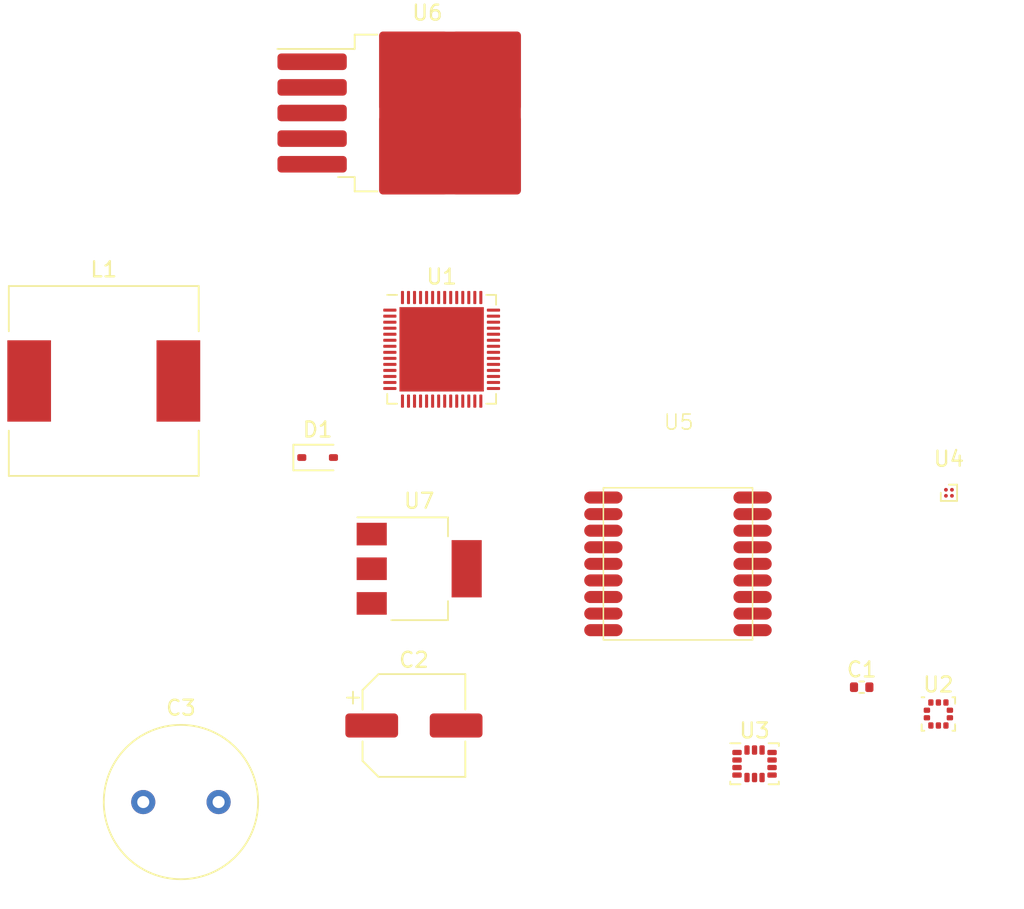
<source format=kicad_pcb>
(kicad_pcb (version 20221018) (generator pcbnew)
  (layers (0 "F.Cu" signal) (31 "B.Cu" signal) (34 "B.Paste" user) (35 "F.Paste" user) (36 "B.SilkS" user "B.Silkscreen") (37 "F.SilkS" user "F.Silkscreen") (38 "B.Mask" user) (39 "F.Mask" user) (44 "Edge.Cuts" user))
  (net 0 "")
  (net 2 "VDD3P3")
  (net 48 "+5V")
  (net 49 "Net-(D1-K)")
  (net 54 "Net-(U1-VDDA-Pad55)")
  (net 62 "Net-(U2-GND-Pad8)")
  (net 68 "Net-(U3-GND-Pad6)")
  (net 80 "Net-(U1-U0TXD{slash}PROG{slash}GPIO43)")
  (net 81 "Net-(U1-U0RXD{slash}PROG{slash}GPIO44)")
  (net 82 "+3V3")
  (net 94 "-BATT")
  (net 95 "+BATT")
  (footprint "Package_TO_SOT_SMD:TO-263-5_TabPin3" (layer "F.Cu") (at 90.055 53.34)
    (fp_text reference "U6" (at 0 -6.65) (layer "F.SilkS"))
    (fp_text value "LM2596S-5")
    (fp_line (start -4.825 -5.2) (end -4.825 -4.25) (stroke (width 0.12)) (layer "F.SilkS"))
    (fp_line (start -4.825 -4.25) (end -9.95 -4.25) (stroke (width 0.12)) (layer "F.SilkS"))
    (fp_line (start -4.825 4.25) (end -5.925 4.25) (stroke (width 0.12)) (layer "F.SilkS"))
    (fp_line (start -4.825 5.2) (end -4.825 4.25) (stroke (width 0.12)) (layer "F.SilkS"))
    (fp_line (start -3.325 -5.2) (end -4.825 -5.2) (stroke (width 0.12)) (layer "F.SilkS"))
    (fp_line (start -3.325 5.2) (end -4.825 5.2) (stroke (width 0.12)) (layer "F.SilkS"))
    (pad "1" smd roundrect (at -7.65 -3.4) (size 4.6 1.1) (layers "F.Cu" "F.Paste" "F.Mask") (roundrect_rratio 0.227273) (net 95 "+BATT"))
    (pad "2" smd roundrect (at -7.65 -1.7) (size 4.6 1.1) (layers "F.Cu" "F.Paste" "F.Mask") (roundrect_rratio 0.227273) (net 49 "Net-(D1-K)"))
    (pad "3" smd roundrect (at -7.65 0) (size 4.6 1.1) (layers "F.Cu" "F.Paste" "F.Mask") (roundrect_rratio 0.227273) (net 94 "-BATT"))
    (pad "3" smd roundrect (at -0.925 -2.775) (size 4.55 5.25) (layers "F.Cu" "F.Paste") (roundrect_rratio 0.054945) (net 94 "-BATT"))
    (pad "3" smd roundrect (at -0.925 2.775) (size 4.55 5.25) (layers "F.Cu" "F.Paste") (roundrect_rratio 0.054945) (net 94 "-BATT"))
    (pad "3" smd roundrect (at 1.5 0) (size 9.4 10.8) (layers "F.Cu" "F.Mask") (roundrect_rratio 0.026596) (net 94 "-BATT"))
    (pad "3" smd roundrect (at 3.925 -2.775) (size 4.55 5.25) (layers "F.Cu" "F.Paste") (roundrect_rratio 0.054945) (net 94 "-BATT"))
    (pad "3" smd roundrect (at 3.925 2.775) (size 4.55 5.25) (layers "F.Cu" "F.Paste") (roundrect_rratio 0.054945) (net 94 "-BATT"))
    (pad "4" smd roundrect (at -7.65 1.7) (size 4.6 1.1) (layers "F.Cu" "F.Paste" "F.Mask") (roundrect_rratio 0.227273) (net 48 "+5V"))
    (pad "5" smd roundrect (at -7.65 3.4) (size 4.6 1.1) (layers "F.Cu" "F.Paste" "F.Mask") (roundrect_rratio 0.227273) (net 94 "-BATT"))
  )
  (footprint "Capacitor_SMD:CP_Elec_6.3x5.4" (layer "F.Cu") (at 89.16 93.98)
    (fp_text reference "C2" (at 0 -4.35) (layer "F.SilkS"))
    (fp_text value "220uFC")
    (fp_line (start -4.4375 -1.8475) (end -3.65 -1.8475) (stroke (width 0.12)) (layer "F.SilkS"))
    (fp_line (start -4.04375 -2.24125) (end -4.04375 -1.45375) (stroke (width 0.12)) (layer "F.SilkS"))
    (fp_line (start -3.41 -2.345563) (end -3.41 -1.06) (stroke (width 0.12)) (layer "F.SilkS"))
    (fp_line (start -3.41 -2.345563) (end -2.345563 -3.41) (stroke (width 0.12)) (layer "F.SilkS"))
    (fp_line (start -3.41 2.345563) (end -3.41 1.06) (stroke (width 0.12)) (layer "F.SilkS"))
    (fp_line (start -3.41 2.345563) (end -2.345563 3.41) (stroke (width 0.12)) (layer "F.SilkS"))
    (fp_line (start -2.345563 -3.41) (end 3.41 -3.41) (stroke (width 0.12)) (layer "F.SilkS"))
    (fp_line (start -2.345563 3.41) (end 3.41 3.41) (stroke (width 0.12)) (layer "F.SilkS"))
    (fp_line (start 3.41 -3.41) (end 3.41 -1.06) (stroke (width 0.12)) (layer "F.SilkS"))
    (fp_line (start 3.41 3.41) (end 3.41 1.06) (stroke (width 0.12)) (layer "F.SilkS"))
    (pad "1" smd roundrect (at -2.8 0) (size 3.5 1.6) (layers "F.Cu" "F.Paste" "F.Mask") (roundrect_rratio 0.15625) (net 48 "+5V"))
    (pad "2" smd roundrect (at 2.8 0) (size 3.5 1.6) (layers "F.Cu" "F.Paste" "F.Mask") (roundrect_rratio 0.15625) (net 94 "-BATT"))
  )
  (footprint "Capacitor_THT:C_Radial_D10.0mm_H16.0mm_P5.00mm" (layer "F.Cu") (at 71.2 99.06)
    (fp_text reference "C3" (at 2.5 -6.25) (layer "F.SilkS"))
    (fp_text value "680uFC")
    (fp_circle (center 2.5 0) (end 7.62 0) (stroke (width 0.12)) (fill none) (layer "F.SilkS"))
    (pad "1" thru_hole circle (at 0 0) (size 1.6 1.6) (drill 0.8) (layers "*.Cu" "*.Mask") (net 95 "+BATT"))
    (pad "2" thru_hole circle (at 5 0) (size 1.6 1.6) (drill 0.8) (layers "*.Cu" "*.Mask") (net 94 "-BATT"))
  )
  (footprint "Resistor_SMD:R_0402_1005Metric" (layer "F.Cu") (at 118.87 91.44)
    (fp_text reference "C1" (at 0 -1.17) (layer "F.SilkS"))
    (fp_text value "100nFC")
    (fp_line (start -0.153641 -0.38) (end 0.153641 -0.38) (stroke (width 0.12)) (layer "F.SilkS"))
    (fp_line (start -0.153641 0.38) (end 0.153641 0.38) (stroke (width 0.12)) (layer "F.SilkS"))
    (pad "1" smd roundrect (at -0.51 0) (size 0.54 0.64) (layers "F.Cu" "F.Paste" "F.Mask") (net 94 "-BATT"))
    (pad "2" smd roundrect (at 0.51 0) (size 0.54 0.64) (layers "F.Cu" "F.Paste" "F.Mask") (net 95 "+BATT"))
  )
  (footprint "Inductor_SMD:L_12x12mm_H8mm" (layer "F.Cu") (at 68.58 71.12)
    (fp_text reference "L1" (at 0 -7.4) (layer "F.SilkS"))
    (fp_text value "33uHL")
    (fp_line (start -6.3 -6.3) (end 6.3 -6.3) (stroke (width 0.12)) (layer "F.SilkS"))
    (fp_line (start -6.3 -3.3) (end -6.3 -6.3) (stroke (width 0.12)) (layer "F.SilkS"))
    (fp_line (start -6.3 6.3) (end -6.3 3.3) (stroke (width 0.12)) (layer "F.SilkS"))
    (fp_line (start 6.3 -6.3) (end 6.3 -3.3) (stroke (width 0.12)) (layer "F.SilkS"))
    (fp_line (start 6.3 3.3) (end 6.3 6.3) (stroke (width 0.12)) (layer "F.SilkS"))
    (fp_line (start 6.3 6.3) (end -6.3 6.3) (stroke (width 0.12)) (layer "F.SilkS"))
    (pad "1" smd rect (at -4.95 0) (size 2.9 5.4) (layers "F.Cu" "F.Paste" "F.Mask") (net 49 "Net-(D1-K)"))
    (pad "2" smd rect (at 4.95 0) (size 2.9 5.4) (layers "F.Cu" "F.Paste" "F.Mask") (net 48 "+5V"))
  )
  (footprint "Package_LGA:ST_HLGA-10_2x2mm_P0.5mm_LayoutBorder3x2y" (layer "F.Cu") (at 123.96 93.2175)
    (fp_text reference "U2" (at 0 -1.95) (layer "F.SilkS"))
    (fp_text value "LPS22HH")
    (fp_line (start -1.11 1.11) (end -1.11 0.685) (stroke (width 0.12)) (layer "F.SilkS"))
    (fp_line (start -0.935 -1.11) (end -1.11 -1.11) (stroke (width 0.12)) (layer "F.SilkS"))
    (fp_line (start -0.935 1.11) (end -1.11 1.11) (stroke (width 0.12)) (layer "F.SilkS"))
    (fp_line (start 0.935 -1.11) (end 1.11 -1.11) (stroke (width 0.12)) (layer "F.SilkS"))
    (fp_line (start 0.935 1.11) (end 1.11 1.11) (stroke (width 0.12)) (layer "F.SilkS"))
    (fp_line (start 1.11 -1.11) (end 1.11 -0.685) (stroke (width 0.12)) (layer "F.SilkS"))
    (fp_line (start 1.11 1.11) (end 1.11 0.685) (stroke (width 0.12)) (layer "F.SilkS"))
    (pad "1" smd roundrect (at -0.7625 -0.25) (size 0.425 0.35) (layers "F.Cu" "F.Paste" "F.Mask") (net 95 "+BATT"))
    (pad "2" smd roundrect (at -0.7625 0.25) (size 0.425 0.35) (layers "F.Cu" "F.Paste" "F.Mask"))
    (pad "3" smd roundrect (at -0.5 0.7625) (size 0.35 0.425) (layers "F.Cu" "F.Paste" "F.Mask"))
    (pad "4" smd roundrect (at 0 0.7625) (size 0.35 0.425) (layers "F.Cu" "F.Paste" "F.Mask"))
    (pad "5" smd roundrect (at 0.5 0.7625) (size 0.35 0.425) (layers "F.Cu" "F.Paste" "F.Mask"))
    (pad "6" smd roundrect (at 0.7625 0.25) (size 0.425 0.35) (layers "F.Cu" "F.Paste" "F.Mask"))
    (pad "7" smd roundrect (at 0.7625 -0.25) (size 0.425 0.35) (layers "F.Cu" "F.Paste" "F.Mask"))
    (pad "8" smd roundrect (at 0.5 -0.7625) (size 0.35 0.425) (layers "F.Cu" "F.Paste" "F.Mask") (net 62 "Net-(U2-GND-Pad8)"))
    (pad "9" smd roundrect (at 0 -0.7625) (size 0.35 0.425) (layers "F.Cu" "F.Paste" "F.Mask") (net 62 "Net-(U2-GND-Pad8)"))
    (pad "10" smd roundrect (at -0.5 -0.7625) (size 0.35 0.425) (layers "F.Cu" "F.Paste" "F.Mask") (net 95 "+BATT"))
  )
  (footprint "Diode_SMD:D_SOD-323" (layer "F.Cu") (at 82.77 76.2)
    (fp_text reference "D1" (at 0 -1.85) (layer "F.SilkS"))
    (fp_text value "1N5819WS")
    (fp_line (start -1.61 -0.85) (end -1.61 0.85) (stroke (width 0.12)) (layer "F.SilkS"))
    (fp_line (start -1.61 -0.85) (end 1.05 -0.85) (stroke (width 0.12)) (layer "F.SilkS"))
    (fp_line (start -1.61 0.85) (end 1.05 0.85) (stroke (width 0.12)) (layer "F.SilkS"))
    (pad "1" smd roundrect (at -1.05 0) (size 0.6 0.45) (layers "F.Cu" "F.Paste" "F.Mask") (net 49 "Net-(D1-K)"))
    (pad "2" smd roundrect (at 1.05 0) (size 0.6 0.45) (layers "F.Cu" "F.Paste" "F.Mask") (net 94 "-BATT"))
  )
  (footprint "GPS_module:SW-GPS01" (layer "F.Cu") (at 106.73 74.455)
    (fp_text reference "U5" (at 0 -0.6 unlocked) (layer "F.SilkS") (effects (font (thickness 0.1))))
    (fp_text value "~")
    (fp_rect (start -5 3.75) (end 4.9 13.85) (stroke (width 0.1)) (fill none) (layer "F.SilkS"))
    (pad "1" smd oval (at -5 4.4) (size 2.54 0.8) (layers "F.Cu" "F.Paste" "F.Mask") (net 94 "-BATT"))
    (pad "2" smd oval (at -5 5.5) (size 2.54 0.8) (layers "F.Cu" "F.Paste" "F.Mask") (net 80 "Net-(U1-U0TXD{slash}PROG{slash}GPIO43)"))
    (pad "3" smd oval (at -5 6.6) (size 2.54 0.8) (layers "F.Cu" "F.Paste" "F.Mask") (net 81 "Net-(U1-U0RXD{slash}PROG{slash}GPIO44)"))
    (pad "4" smd oval (at -5 7.7) (size 2.54 0.8) (layers "F.Cu" "F.Paste" "F.Mask"))
    (pad "5" smd oval (at -5 8.8) (size 2.54 0.8) (layers "F.Cu" "F.Paste" "F.Mask"))
    (pad "6" smd oval (at -5 9.9) (size 2.54 0.8) (layers "F.Cu" "F.Paste" "F.Mask"))
    (pad "7" smd oval (at -5 11) (size 2.54 0.8) (layers "F.Cu" "F.Paste" "F.Mask") (net 82 "+3V3"))
    (pad "8" smd oval (at -5 12.1) (size 2.54 0.8) (layers "F.Cu" "F.Paste" "F.Mask") (net 82 "+3V3"))
    (pad "9" smd oval (at -5 13.2) (size 2.54 0.8) (layers "F.Cu" "F.Paste" "F.Mask"))
    (pad "10" smd oval (at 4.9 13.2) (size 2.54 0.8) (layers "F.Cu" "F.Paste" "F.Mask") (net 94 "-BATT"))
    (pad "11" smd oval (at 4.9 12.1) (size 2.54 0.8) (layers "F.Cu" "F.Paste" "F.Mask"))
    (pad "12" smd oval (at 4.9 11) (size 2.54 0.8) (layers "F.Cu" "F.Paste" "F.Mask") (net 94 "-BATT"))
    (pad "13" smd oval (at 4.9 9.9) (size 2.54 0.8) (layers "F.Cu" "F.Paste" "F.Mask"))
    (pad "14" smd oval (at 4.9 8.8) (size 2.54 0.8) (layers "F.Cu" "F.Paste" "F.Mask"))
    (pad "15" smd oval (at 4.9 7.7) (size 2.54 0.8) (layers "F.Cu" "F.Paste" "F.Mask"))
    (pad "16" smd oval (at 4.9 6.6) (size 2.54 0.8) (layers "F.Cu" "F.Paste" "F.Mask"))
    (pad "17" smd oval (at 4.9 5.5) (size 2.54 0.8) (layers "F.Cu" "F.Paste" "F.Mask"))
    (pad "18" smd oval (at 4.9 4.4) (size 2.54 0.8) (layers "F.Cu" "F.Paste" "F.Mask"))
  )
  (footprint "Package_LGA:LGA-14_3x2.5mm_P0.5mm_LayoutBorder3x4y" (layer "F.Cu") (at 111.76 96.52)
    (fp_text reference "U3" (at 0 -2.2) (layer "F.SilkS"))
    (fp_text value "LSM6DS3")
    (fp_line (start -1.61 1.36) (end -1.61 1.185) (stroke (width 0.12)) (layer "F.SilkS"))
    (fp_line (start -0.935 -1.36) (end -1.61 -1.36) (stroke (width 0.12)) (layer "F.SilkS"))
    (fp_line (start -0.935 1.36) (end -1.61 1.36) (stroke (width 0.12)) (layer "F.SilkS"))
    (fp_line (start 0.935 -1.36) (end 1.61 -1.36) (stroke (width 0.12)) (layer "F.SilkS"))
    (fp_line (start 0.935 1.36) (end 1.61 1.36) (stroke (width 0.12)) (layer "F.SilkS"))
    (fp_line (start 1.61 -1.36) (end 1.61 -1.185) (stroke (width 0.12)) (layer "F.SilkS"))
    (fp_line (start 1.61 1.36) (end 1.61 1.185) (stroke (width 0.12)) (layer "F.SilkS"))
    (pad "1" smd roundrect (at -1.1625 -0.75) (size 0.625 0.35) (layers "F.Cu" "F.Paste" "F.Mask"))
    (pad "2" smd roundrect (at -1.1625 -0.25) (size 0.625 0.35) (layers "F.Cu" "F.Paste" "F.Mask"))
    (pad "3" smd roundrect (at -1.1625 0.25) (size 0.625 0.35) (layers "F.Cu" "F.Paste" "F.Mask"))
    (pad "4" smd roundrect (at -1.1625 0.75) (size 0.625 0.35) (layers "F.Cu" "F.Paste" "F.Mask"))
    (pad "5" smd roundrect (at -0.5 0.9125) (size 0.35 0.625) (layers "F.Cu" "F.Paste" "F.Mask"))
    (pad "6" smd roundrect (at 0 0.9125) (size 0.35 0.625) (layers "F.Cu" "F.Paste" "F.Mask") (net 68 "Net-(U3-GND-Pad6)"))
    (pad "7" smd roundrect (at 0.5 0.9125) (size 0.35 0.625) (layers "F.Cu" "F.Paste" "F.Mask") (net 68 "Net-(U3-GND-Pad6)"))
    (pad "8" smd roundrect (at 1.1625 0.75) (size 0.625 0.35) (layers "F.Cu" "F.Paste" "F.Mask"))
    (pad "9" smd roundrect (at 1.1625 0.25) (size 0.625 0.35) (layers "F.Cu" "F.Paste" "F.Mask"))
    (pad "10" smd roundrect (at 1.1625 -0.25) (size 0.625 0.35) (layers "F.Cu" "F.Paste" "F.Mask"))
    (pad "11" smd roundrect (at 1.1625 -0.75) (size 0.625 0.35) (layers "F.Cu" "F.Paste" "F.Mask"))
    (pad "12" smd roundrect (at 0.5 -0.9125) (size 0.35 0.625) (layers "F.Cu" "F.Paste" "F.Mask"))
    (pad "13" smd roundrect (at 0 -0.9125) (size 0.35 0.625) (layers "F.Cu" "F.Paste" "F.Mask"))
    (pad "14" smd roundrect (at -0.5 -0.9125) (size 0.35 0.625) (layers "F.Cu" "F.Paste" "F.Mask"))
  )
  (footprint "Package_DFN_QFN:QFN-56-1EP_7x7mm_P0.4mm_EP5.6x5.6mm" (layer "F.Cu") (at 91 69.02)
    (fp_text reference "U1" (at 0 -4.82) (layer "F.SilkS"))
    (fp_text value "ESP32-S3")
    (fp_line (start -3.61 3.61) (end -3.61 2.96) (stroke (width 0.12)) (layer "F.SilkS"))
    (fp_line (start -2.96 -3.61) (end -3.61 -3.61) (stroke (width 0.12)) (layer "F.SilkS"))
    (fp_line (start -2.96 3.61) (end -3.61 3.61) (stroke (width 0.12)) (layer "F.SilkS"))
    (fp_line (start 2.96 -3.61) (end 3.61 -3.61) (stroke (width 0.12)) (layer "F.SilkS"))
    (fp_line (start 2.96 3.61) (end 3.61 3.61) (stroke (width 0.12)) (layer "F.SilkS"))
    (fp_line (start 3.61 -3.61) (end 3.61 -2.96) (stroke (width 0.12)) (layer "F.SilkS"))
    (fp_line (start 3.61 3.61) (end 3.61 2.96) (stroke (width 0.12)) (layer "F.SilkS"))
    (pad "1" smd roundrect (at -3.4375 -2.6) (size 0.875 0.2) (layers "F.Cu" "F.Paste" "F.Mask"))
    (pad "2" smd roundrect (at -3.4375 -2.2) (size 0.875 0.2) (layers "F.Cu" "F.Paste" "F.Mask") (net 2 "VDD3P3"))
    (pad "3" smd roundrect (at -3.4375 -1.8) (size 0.875 0.2) (layers "F.Cu" "F.Paste" "F.Mask") (net 2 "VDD3P3"))
    (pad "4" smd roundrect (at -3.4375 -1.4) (size 0.875 0.2) (layers "F.Cu" "F.Paste" "F.Mask"))
    (pad "5" smd roundrect (at -3.4375 -1) (size 0.875 0.2) (layers "F.Cu" "F.Paste" "F.Mask"))
    (pad "6" smd roundrect (at -3.4375 -0.6) (size 0.875 0.2) (layers "F.Cu" "F.Paste" "F.Mask"))
    (pad "7" smd roundrect (at -3.4375 -0.2) (size 0.875 0.2) (layers "F.Cu" "F.Paste" "F.Mask"))
    (pad "8" smd roundrect (at -3.4375 0.2) (size 0.875 0.2) (layers "F.Cu" "F.Paste" "F.Mask"))
    (pad "9" smd roundrect (at -3.4375 0.6) (size 0.875 0.2) (layers "F.Cu" "F.Paste" "F.Mask"))
    (pad "10" smd roundrect (at -3.4375 1) (size 0.875 0.2) (layers "F.Cu" "F.Paste" "F.Mask"))
    (pad "11" smd roundrect (at -3.4375 1.4) (size 0.875 0.2) (layers "F.Cu" "F.Paste" "F.Mask"))
    (pad "12" smd roundrect (at -3.4375 1.8) (size 0.875 0.2) (layers "F.Cu" "F.Paste" "F.Mask"))
    (pad "13" smd roundrect (at -3.4375 2.2) (size 0.875 0.2) (layers "F.Cu" "F.Paste" "F.Mask"))
    (pad "14" smd roundrect (at -3.4375 2.6) (size 0.875 0.2) (layers "F.Cu" "F.Paste" "F.Mask"))
    (pad "15" smd roundrect (at -2.6 3.4375) (size 0.2 0.875) (layers "F.Cu" "F.Paste" "F.Mask"))
    (pad "16" smd roundrect (at -2.2 3.4375) (size 0.2 0.875) (layers "F.Cu" "F.Paste" "F.Mask"))
    (pad "17" smd roundrect (at -1.8 3.4375) (size 0.2 0.875) (layers "F.Cu" "F.Paste" "F.Mask"))
    (pad "18" smd roundrect (at -1.4 3.4375) (size 0.2 0.875) (layers "F.Cu" "F.Paste" "F.Mask"))
    (pad "19" smd roundrect (at -1 3.4375) (size 0.2 0.875) (layers "F.Cu" "F.Paste" "F.Mask"))
    (pad "20" smd roundrect (at -0.6 3.4375) (size 0.2 0.875) (layers "F.Cu" "F.Paste" "F.Mask"))
    (pad "21" smd roundrect (at -0.2 3.4375) (size 0.2 0.875) (layers "F.Cu" "F.Paste" "F.Mask"))
    (pad "22" smd roundrect (at 0.2 3.4375) (size 0.2 0.875) (layers "F.Cu" "F.Paste" "F.Mask"))
    (pad "23" smd roundrect (at 0.6 3.4375) (size 0.2 0.875) (layers "F.Cu" "F.Paste" "F.Mask"))
    (pad "24" smd roundrect (at 1 3.4375) (size 0.2 0.875) (layers "F.Cu" "F.Paste" "F.Mask"))
    (pad "25" smd roundrect (at 1.4 3.4375) (size 0.2 0.875) (layers "F.Cu" "F.Paste" "F.Mask"))
    (pad "26" smd roundrect (at 1.8 3.4375) (size 0.2 0.875) (layers "F.Cu" "F.Paste" "F.Mask"))
    (pad "27" smd roundrect (at 2.2 3.4375) (size 0.2 0.875) (layers "F.Cu" "F.Paste" "F.Mask"))
    (pad "28" smd roundrect (at 2.6 3.4375) (size 0.2 0.875) (layers "F.Cu" "F.Paste" "F.Mask"))
    (pad "29" smd roundrect (at 3.4375 2.6) (size 0.875 0.2) (layers "F.Cu" "F.Paste" "F.Mask"))
    (pad "30" smd roundrect (at 3.4375 2.2) (size 0.875 0.2) (layers "F.Cu" "F.Paste" "F.Mask"))
    (pad "31" smd roundrect (at 3.4375 1.8) (size 0.875 0.2) (layers "F.Cu" "F.Paste" "F.Mask"))
    (pad "32" smd roundrect (at 3.4375 1.4) (size 0.875 0.2) (layers "F.Cu" "F.Paste" "F.Mask"))
    (pad "33" smd roundrect (at 3.4375 1) (size 0.875 0.2) (layers "F.Cu" "F.Paste" "F.Mask"))
    (pad "34" smd roundrect (at 3.4375 0.6) (size 0.875 0.2) (layers "F.Cu" "F.Paste" "F.Mask"))
    (pad "35" smd roundrect (at 3.4375 0.2) (size 0.875 0.2) (layers "F.Cu" "F.Paste" "F.Mask"))
    (pad "36" smd roundrect (at 3.4375 -0.2) (size 0.875 0.2) (layers "F.Cu" "F.Paste" "F.Mask"))
    (pad "37" smd roundrect (at 3.4375 -0.6) (size 0.875 0.2) (layers "F.Cu" "F.Paste" "F.Mask"))
    (pad "38" smd roundrect (at 3.4375 -1) (size 0.875 0.2) (layers "F.Cu" "F.Paste" "F.Mask"))
    (pad "39" smd roundrect (at 3.4375 -1.4) (size 0.875 0.2) (layers "F.Cu" "F.Paste" "F.Mask"))
    (pad "40" smd roundrect (at 3.4375 -1.8) (size 0.875 0.2) (layers "F.Cu" "F.Paste" "F.Mask"))
    (pad "41" smd roundrect (at 3.4375 -2.2) (size 0.875 0.2) (layers "F.Cu" "F.Paste" "F.Mask"))
    (pad "42" smd roundrect (at 3.4375 -2.6) (size 0.875 0.2) (layers "F.Cu" "F.Paste" "F.Mask"))
    (pad "43" smd roundrect (at 2.6 -3.4375) (size 0.2 0.875) (layers "F.Cu" "F.Paste" "F.Mask"))
    (pad "44" smd roundrect (at 2.2 -3.4375) (size 0.2 0.875) (layers "F.Cu" "F.Paste" "F.Mask"))
    (pad "45" smd roundrect (at 1.8 -3.4375) (size 0.2 0.875) (layers "F.Cu" "F.Paste" "F.Mask"))
    (pad "46" smd roundrect (at 1.4 -3.4375) (size 0.2 0.875) (layers "F.Cu" "F.Paste" "F.Mask"))
    (pad "47" smd roundrect (at 1 -3.4375) (size 0.2 0.875) (layers "F.Cu" "F.Paste" "F.Mask"))
    (pad "48" smd roundrect (at 0.6 -3.4375) (size 0.2 0.875) (layers "F.Cu" "F.Paste" "F.Mask"))
    (pad "49" smd roundrect (at 0.2 -3.4375) (size 0.2 0.875) (layers "F.Cu" "F.Paste" "F.Mask") (net 80 "Net-(U1-U0TXD{slash}PROG{slash}GPIO43)"))
    (pad "50" smd roundrect (at -0.2 -3.4375) (size 0.2 0.875) (layers "F.Cu" "F.Paste" "F.Mask") (net 81 "Net-(U1-U0RXD{slash}PROG{slash}GPIO44)"))
    (pad "51" smd roundrect (at -0.6 -3.4375) (size 0.2 0.875) (layers "F.Cu" "F.Paste" "F.Mask"))
    (pad "52" smd roundrect (at -1 -3.4375) (size 0.2 0.875) (layers "F.Cu" "F.Paste" "F.Mask"))
    (pad "53" smd roundrect (at -1.4 -3.4375) (size 0.2 0.875) (layers "F.Cu" "F.Paste" "F.Mask"))
    (pad "54" smd roundrect (at -1.8 -3.4375) (size 0.2 0.875) (layers "F.Cu" "F.Paste" "F.Mask"))
    (pad "55" smd roundrect (at -2.2 -3.4375) (size 0.2 0.875) (layers "F.Cu" "F.Paste" "F.Mask") (net 54 "Net-(U1-VDDA-Pad55)"))
    (pad "56" smd roundrect (at -2.6 -3.4375) (size 0.2 0.875) (layers "F.Cu" "F.Paste" "F.Mask") (net 54 "Net-(U1-VDDA-Pad55)"))
    (pad "57" smd rect (at 0 0) (size 5.6 5.6) (layers "F.Cu" "F.Mask"))
  )
  (footprint "Package_BGA:WLP-4_0.86x0.86mm_P0.4mm" (layer "F.Cu") (at 124.66 78.54)
    (fp_text reference "U4" (at 0 -2.25) (layer "F.SilkS"))
    (fp_text value "MMC5633NJL")
    (fp_line (start -0.54 0) (end -0.54 0.54) (stroke (width 0.12)) (layer "F.SilkS"))
    (fp_line (start -0.54 0.54) (end 0.54 0.54) (stroke (width 0.12)) (layer "F.SilkS"))
    (fp_line (start 0.54 -0.54) (end 0 -0.54) (stroke (width 0.12)) (layer "F.SilkS"))
    (fp_line (start 0.54 0.54) (end 0.54 -0.54) (stroke (width 0.12)) (layer "F.SilkS"))
    (pad "A1" smd circle (at -0.2 -0.2) (size 0.25 0.25) (layers "F.Cu" "F.Paste" "F.Mask"))
    (pad "A2" smd circle (at 0.2 -0.2) (size 0.25 0.25) (layers "F.Cu" "F.Paste" "F.Mask"))
    (pad "B1" smd circle (at -0.2 0.2) (size 0.25 0.25) (layers "F.Cu" "F.Paste" "F.Mask"))
    (pad "B2" smd circle (at 0.2 0.2) (size 0.25 0.25) (layers "F.Cu" "F.Paste" "F.Mask"))
  )
  (footprint "Package_TO_SOT_SMD:SOT-223-3_TabPin2" (layer "F.Cu") (at 89.51 83.58)
    (fp_text reference "U7" (at 0 -4.5) (layer "F.SilkS"))
    (fp_text value "AMS1117-3.3")
    (fp_line (start -4.1 -3.41) (end 1.91 -3.41) (stroke (width 0.12)) (layer "F.SilkS"))
    (fp_line (start -1.85 3.41) (end 1.91 3.41) (stroke (width 0.12)) (layer "F.SilkS"))
    (fp_line (start 1.91 -3.41) (end 1.91 -2.15) (stroke (width 0.12)) (layer "F.SilkS"))
    (fp_line (start 1.91 3.41) (end 1.91 2.15) (stroke (width 0.12)) (layer "F.SilkS"))
    (pad "1" smd rect (at -3.15 -2.3) (size 2 1.5) (layers "F.Cu" "F.Paste" "F.Mask") (net 94 "-BATT"))
    (pad "2" smd rect (at -3.15 0) (size 2 1.5) (layers "F.Cu" "F.Paste" "F.Mask") (net 82 "+3V3"))
    (pad "2" smd rect (at 3.15 0) (size 2 3.8) (layers "F.Cu" "F.Paste" "F.Mask") (net 82 "+3V3"))
    (pad "3" smd rect (at -3.15 2.3) (size 2 1.5) (layers "F.Cu" "F.Paste" "F.Mask") (net 48 "+5V"))
  )
)
</source>
